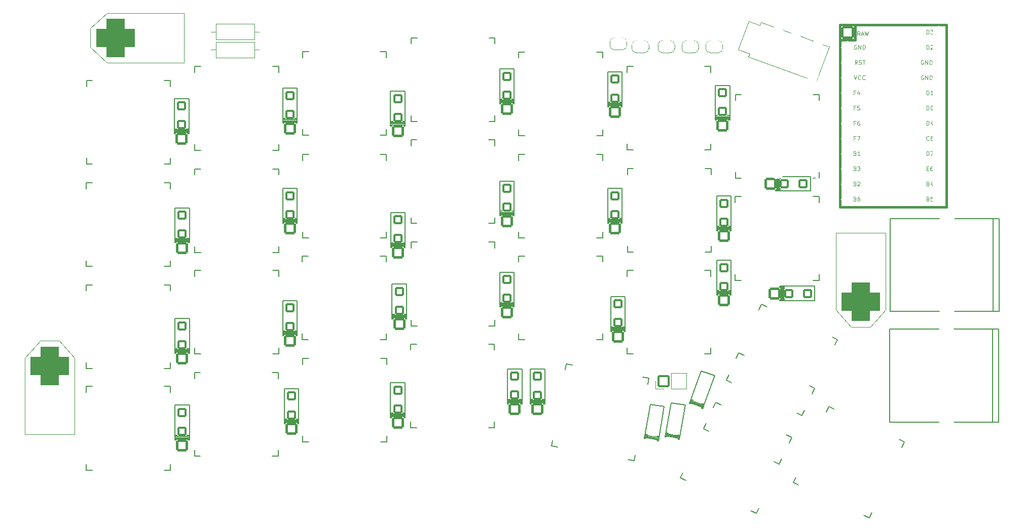
<source format=gbr>
%TF.GenerationSoftware,KiCad,Pcbnew,(6.0.4)*%
%TF.CreationDate,2022-04-18T00:49:10+02:00*%
%TF.ProjectId,ErgoTravel,4572676f-5472-4617-9665-6c2e6b696361,rev?*%
%TF.SameCoordinates,Original*%
%TF.FileFunction,Legend,Top*%
%TF.FilePolarity,Positive*%
%FSLAX46Y46*%
G04 Gerber Fmt 4.6, Leading zero omitted, Abs format (unit mm)*
G04 Created by KiCad (PCBNEW (6.0.4)) date 2022-04-18 00:49:10*
%MOMM*%
%LPD*%
G01*
G04 APERTURE LIST*
G04 Aperture macros list*
%AMRoundRect*
0 Rectangle with rounded corners*
0 $1 Rounding radius*
0 $2 $3 $4 $5 $6 $7 $8 $9 X,Y pos of 4 corners*
0 Add a 4 corners polygon primitive as box body*
4,1,4,$2,$3,$4,$5,$6,$7,$8,$9,$2,$3,0*
0 Add four circle primitives for the rounded corners*
1,1,$1+$1,$2,$3*
1,1,$1+$1,$4,$5*
1,1,$1+$1,$6,$7*
1,1,$1+$1,$8,$9*
0 Add four rect primitives between the rounded corners*
20,1,$1+$1,$2,$3,$4,$5,0*
20,1,$1+$1,$4,$5,$6,$7,0*
20,1,$1+$1,$6,$7,$8,$9,0*
20,1,$1+$1,$8,$9,$2,$3,0*%
%AMRotRect*
0 Rectangle, with rotation*
0 The origin of the aperture is its center*
0 $1 length*
0 $2 width*
0 $3 Rotation angle, in degrees counterclockwise*
0 Add horizontal line*
21,1,$1,$2,0,0,$3*%
%AMFreePoly0*
4,1,41,0.586777,0.930194,0.656366,0.874698,0.694986,0.794504,0.700000,0.750000,0.700000,-0.750000,0.680194,-0.836777,0.624698,-0.906366,0.544504,-0.944986,0.500000,-0.950000,0.000000,-0.950000,-0.023504,-0.944635,-0.083606,-0.943534,-0.139582,-0.934468,-0.274897,-0.892193,-0.326080,-0.867780,-0.444090,-0.789225,-0.486362,-0.751429,-0.577582,-0.642910,-0.607548,-0.594768,-0.664643,-0.465009,
-0.679893,-0.410393,-0.697476,-0.275933,-0.697084,-0.275882,-0.700000,-0.250000,-0.700000,0.250000,-0.697921,0.259109,-0.697582,0.286880,-0.675771,0.426957,-0.659192,0.481183,-0.598944,0.609508,-0.567811,0.656904,-0.473967,0.763162,-0.430783,0.799915,-0.310888,0.875563,-0.259125,0.898717,-0.122818,0.937674,-0.066635,0.945370,-0.042411,0.945222,0.000000,0.950000,0.500000,0.950000,
0.586777,0.930194,0.586777,0.930194,$1*%
%AMFreePoly1*
4,1,41,0.022678,0.944824,0.075125,0.944504,0.131210,0.936123,0.267031,0.895504,0.318507,0.871718,0.437469,0.794611,0.480202,0.757333,0.572740,0.649936,0.603290,0.602165,0.661967,0.473113,0.677883,0.418686,0.697980,0.278353,0.700000,0.250000,0.700000,-0.250000,0.699985,-0.252439,0.699836,-0.264655,0.697079,-0.295398,0.673559,-0.435199,0.656318,-0.489221,0.594506,-0.616800,
0.562797,-0.663810,0.467662,-0.768914,0.424032,-0.805137,0.303222,-0.879314,0.251181,-0.901834,0.114408,-0.939123,0.058135,-0.946132,0.037663,-0.945757,0.000000,-0.950000,-0.500000,-0.950000,-0.586777,-0.930194,-0.656366,-0.874698,-0.694986,-0.794504,-0.700000,-0.750000,-0.700000,0.750000,-0.680194,0.836777,-0.624698,0.906366,-0.544504,0.944986,-0.500000,0.950000,0.000000,0.950000,
0.022678,0.944824,0.022678,0.944824,$1*%
G04 Aperture macros list end*
%ADD10C,0.100000*%
%ADD11C,0.200000*%
%ADD12C,0.120000*%
%ADD13C,0.381000*%
%ADD14C,0.150000*%
%ADD15R,1.600000X1.600000*%
%ADD16C,1.600000*%
%ADD17RotRect,1.600000X1.600000X80.000000*%
%ADD18RotRect,1.600000X1.600000X70.000000*%
%ADD19R,1.752600X1.752600*%
%ADD20C,1.752600*%
%ADD21RoundRect,0.200000X0.600000X-0.600000X0.600000X0.600000X-0.600000X0.600000X-0.600000X-0.600000X0*%
%ADD22RoundRect,0.200000X0.800000X-0.800000X0.800000X0.800000X-0.800000X0.800000X-0.800000X-0.800000X0*%
%ADD23C,2.000000*%
%ADD24RoundRect,0.200000X0.648928X-0.926765X0.926765X0.648928X-0.648928X0.926765X-0.926765X-0.648928X0*%
%ADD25RoundRect,0.200000X0.486696X-0.695074X0.695074X0.486696X-0.486696X0.695074X-0.695074X-0.486696X0*%
%ADD26RoundRect,0.200000X-0.800000X-0.800000X0.800000X-0.800000X0.800000X0.800000X-0.800000X0.800000X0*%
%ADD27RoundRect,0.200000X-0.600000X-0.600000X0.600000X-0.600000X0.600000X0.600000X-0.600000X0.600000X0*%
%ADD28RoundRect,0.200000X0.478138X-1.025370X1.025370X0.478138X-0.478138X1.025370X-1.025370X-0.478138X0*%
%ADD29RoundRect,0.200000X0.358603X-0.769028X0.769028X0.358603X-0.358603X0.769028X-0.769028X-0.358603X0*%
%ADD30C,1.900000*%
%ADD31RoundRect,0.200000X-0.991341X-0.969404X0.136290X-1.379828X0.991341X0.969404X-0.136290X1.379828X0*%
%ADD32RoundRect,0.200000X-0.876300X0.876300X-0.876300X-0.876300X0.876300X-0.876300X0.876300X0.876300X0*%
%ADD33C,2.152600*%
%ADD34O,2.000000X2.000000*%
%ADD35FreePoly0,0.000000*%
%ADD36FreePoly1,0.000000*%
%ADD37RoundRect,0.200000X0.850000X-0.850000X0.850000X0.850000X-0.850000X0.850000X-0.850000X-0.850000X0*%
%ADD38O,2.100000X2.100000*%
%ADD39C,2.101800*%
%ADD40C,1.390600*%
%ADD41C,3.829000*%
%ADD42C,2.432000*%
%ADD43RoundRect,1.700000X-1.500000X-1.500000X1.500000X-1.500000X1.500000X1.500000X-1.500000X1.500000X0*%
%ADD44C,6.400000*%
%ADD45RoundRect,1.700000X-1.500000X1.500000X-1.500000X-1.500000X1.500000X-1.500000X1.500000X1.500000X0*%
%ADD46O,3.500000X2.500000*%
%ADD47C,1.000000*%
%ADD48C,5.200000*%
%ADD49RoundRect,1.700000X1.500000X-1.500000X1.500000X1.500000X-1.500000X1.500000X-1.500000X-1.500000X0*%
G04 APERTURE END LIST*
D10*
X210594644Y-51431864D02*
X210361311Y-51098531D01*
X210194644Y-51431864D02*
X210194644Y-50731864D01*
X210461311Y-50731864D01*
X210527978Y-50765198D01*
X210561311Y-50798531D01*
X210594644Y-50865198D01*
X210594644Y-50965198D01*
X210561311Y-51031864D01*
X210527978Y-51065198D01*
X210461311Y-51098531D01*
X210194644Y-51098531D01*
X210861311Y-51231864D02*
X211194644Y-51231864D01*
X210794644Y-51431864D02*
X211027978Y-50731864D01*
X211261311Y-51431864D01*
X211427978Y-50731864D02*
X211594644Y-51431864D01*
X211727978Y-50931864D01*
X211861311Y-51431864D01*
X212027978Y-50731864D01*
X221970644Y-78751198D02*
X222070644Y-78784531D01*
X222103978Y-78817864D01*
X222137311Y-78884531D01*
X222137311Y-78984531D01*
X222103978Y-79051198D01*
X222070644Y-79084531D01*
X222003978Y-79117864D01*
X221737311Y-79117864D01*
X221737311Y-78417864D01*
X221970644Y-78417864D01*
X222037311Y-78451198D01*
X222070644Y-78484531D01*
X222103978Y-78551198D01*
X222103978Y-78617864D01*
X222070644Y-78684531D01*
X222037311Y-78717864D01*
X221970644Y-78751198D01*
X221737311Y-78751198D01*
X222770644Y-78417864D02*
X222437311Y-78417864D01*
X222403978Y-78751198D01*
X222437311Y-78717864D01*
X222503978Y-78684531D01*
X222670644Y-78684531D01*
X222737311Y-78717864D01*
X222770644Y-78751198D01*
X222803978Y-78817864D01*
X222803978Y-78984531D01*
X222770644Y-79051198D01*
X222737311Y-79084531D01*
X222670644Y-79117864D01*
X222503978Y-79117864D01*
X222437311Y-79084531D01*
X222403978Y-79051198D01*
X222137311Y-68891198D02*
X222103978Y-68924531D01*
X222003978Y-68957864D01*
X221937311Y-68957864D01*
X221837311Y-68924531D01*
X221770644Y-68857864D01*
X221737311Y-68791198D01*
X221703978Y-68657864D01*
X221703978Y-68557864D01*
X221737311Y-68424531D01*
X221770644Y-68357864D01*
X221837311Y-68291198D01*
X221937311Y-68257864D01*
X222003978Y-68257864D01*
X222103978Y-68291198D01*
X222137311Y-68324531D01*
X222737311Y-68257864D02*
X222603978Y-68257864D01*
X222537311Y-68291198D01*
X222503978Y-68324531D01*
X222437311Y-68424531D01*
X222403978Y-68557864D01*
X222403978Y-68824531D01*
X222437311Y-68891198D01*
X222470644Y-68924531D01*
X222537311Y-68957864D01*
X222670644Y-68957864D01*
X222737311Y-68924531D01*
X222770644Y-68891198D01*
X222803978Y-68824531D01*
X222803978Y-68657864D01*
X222770644Y-68591198D01*
X222737311Y-68557864D01*
X222670644Y-68524531D01*
X222537311Y-68524531D01*
X222470644Y-68557864D01*
X222437311Y-68591198D01*
X222403978Y-68657864D01*
X221212644Y-58131198D02*
X221145978Y-58097864D01*
X221045978Y-58097864D01*
X220945978Y-58131198D01*
X220879311Y-58197864D01*
X220845978Y-58264531D01*
X220812644Y-58397864D01*
X220812644Y-58497864D01*
X220845978Y-58631198D01*
X220879311Y-58697864D01*
X220945978Y-58764531D01*
X221045978Y-58797864D01*
X221112644Y-58797864D01*
X221212644Y-58764531D01*
X221245978Y-58731198D01*
X221245978Y-58497864D01*
X221112644Y-58497864D01*
X221545978Y-58797864D02*
X221545978Y-58097864D01*
X221945978Y-58797864D01*
X221945978Y-58097864D01*
X222279311Y-58797864D02*
X222279311Y-58097864D01*
X222445978Y-58097864D01*
X222545978Y-58131198D01*
X222612644Y-58197864D01*
X222645978Y-58264531D01*
X222679311Y-58397864D01*
X222679311Y-58497864D01*
X222645978Y-58631198D01*
X222612644Y-58697864D01*
X222545978Y-58764531D01*
X222445978Y-58797864D01*
X222279311Y-58797864D01*
X209778644Y-73671198D02*
X209878644Y-73704531D01*
X209911978Y-73737864D01*
X209945311Y-73804531D01*
X209945311Y-73904531D01*
X209911978Y-73971198D01*
X209878644Y-74004531D01*
X209811978Y-74037864D01*
X209545311Y-74037864D01*
X209545311Y-73337864D01*
X209778644Y-73337864D01*
X209845311Y-73371198D01*
X209878644Y-73404531D01*
X209911978Y-73471198D01*
X209911978Y-73537864D01*
X209878644Y-73604531D01*
X209845311Y-73637864D01*
X209778644Y-73671198D01*
X209545311Y-73671198D01*
X210178644Y-73337864D02*
X210611978Y-73337864D01*
X210378644Y-73604531D01*
X210478644Y-73604531D01*
X210545311Y-73637864D01*
X210578644Y-73671198D01*
X210611978Y-73737864D01*
X210611978Y-73904531D01*
X210578644Y-73971198D01*
X210545311Y-74004531D01*
X210478644Y-74037864D01*
X210278644Y-74037864D01*
X210211978Y-74004531D01*
X210178644Y-73971198D01*
X221737311Y-61337864D02*
X221737311Y-60637864D01*
X221903978Y-60637864D01*
X222003978Y-60671198D01*
X222070644Y-60737864D01*
X222103978Y-60804531D01*
X222137311Y-60937864D01*
X222137311Y-61037864D01*
X222103978Y-61171198D01*
X222070644Y-61237864D01*
X222003978Y-61304531D01*
X221903978Y-61337864D01*
X221737311Y-61337864D01*
X222803978Y-61337864D02*
X222403978Y-61337864D01*
X222603978Y-61337864D02*
X222603978Y-60637864D01*
X222537311Y-60737864D01*
X222470644Y-60804531D01*
X222403978Y-60837864D01*
X209778644Y-78751198D02*
X209878644Y-78784531D01*
X209911978Y-78817864D01*
X209945311Y-78884531D01*
X209945311Y-78984531D01*
X209911978Y-79051198D01*
X209878644Y-79084531D01*
X209811978Y-79117864D01*
X209545311Y-79117864D01*
X209545311Y-78417864D01*
X209778644Y-78417864D01*
X209845311Y-78451198D01*
X209878644Y-78484531D01*
X209911978Y-78551198D01*
X209911978Y-78617864D01*
X209878644Y-78684531D01*
X209845311Y-78717864D01*
X209778644Y-78751198D01*
X209545311Y-78751198D01*
X210545311Y-78417864D02*
X210411978Y-78417864D01*
X210345311Y-78451198D01*
X210311978Y-78484531D01*
X210245311Y-78584531D01*
X210211978Y-78717864D01*
X210211978Y-78984531D01*
X210245311Y-79051198D01*
X210278644Y-79084531D01*
X210345311Y-79117864D01*
X210478644Y-79117864D01*
X210545311Y-79084531D01*
X210578644Y-79051198D01*
X210611978Y-78984531D01*
X210611978Y-78817864D01*
X210578644Y-78751198D01*
X210545311Y-78717864D01*
X210478644Y-78684531D01*
X210345311Y-78684531D01*
X210278644Y-78717864D01*
X210245311Y-78751198D01*
X210211978Y-78817864D01*
X209778644Y-71131198D02*
X209878644Y-71164531D01*
X209911978Y-71197864D01*
X209945311Y-71264531D01*
X209945311Y-71364531D01*
X209911978Y-71431198D01*
X209878644Y-71464531D01*
X209811978Y-71497864D01*
X209545311Y-71497864D01*
X209545311Y-70797864D01*
X209778644Y-70797864D01*
X209845311Y-70831198D01*
X209878644Y-70864531D01*
X209911978Y-70931198D01*
X209911978Y-70997864D01*
X209878644Y-71064531D01*
X209845311Y-71097864D01*
X209778644Y-71131198D01*
X209545311Y-71131198D01*
X210611978Y-71497864D02*
X210211978Y-71497864D01*
X210411978Y-71497864D02*
X210411978Y-70797864D01*
X210345311Y-70897864D01*
X210278644Y-70964531D01*
X210211978Y-70997864D01*
X221737311Y-51177864D02*
X221737311Y-50477864D01*
X221903978Y-50477864D01*
X222003978Y-50511198D01*
X222070644Y-50577864D01*
X222103978Y-50644531D01*
X222137311Y-50777864D01*
X222137311Y-50877864D01*
X222103978Y-51011198D01*
X222070644Y-51077864D01*
X222003978Y-51144531D01*
X221903978Y-51177864D01*
X221737311Y-51177864D01*
X222370644Y-50477864D02*
X222803978Y-50477864D01*
X222570644Y-50744531D01*
X222670644Y-50744531D01*
X222737311Y-50777864D01*
X222770644Y-50811198D01*
X222803978Y-50877864D01*
X222803978Y-51044531D01*
X222770644Y-51111198D01*
X222737311Y-51144531D01*
X222670644Y-51177864D01*
X222470644Y-51177864D01*
X222403978Y-51144531D01*
X222370644Y-51111198D01*
X209636644Y-58097864D02*
X209869978Y-58797864D01*
X210103311Y-58097864D01*
X210736644Y-58731198D02*
X210703311Y-58764531D01*
X210603311Y-58797864D01*
X210536644Y-58797864D01*
X210436644Y-58764531D01*
X210369978Y-58697864D01*
X210336644Y-58631198D01*
X210303311Y-58497864D01*
X210303311Y-58397864D01*
X210336644Y-58264531D01*
X210369978Y-58197864D01*
X210436644Y-58131198D01*
X210536644Y-58097864D01*
X210603311Y-58097864D01*
X210703311Y-58131198D01*
X210736644Y-58164531D01*
X211436644Y-58731198D02*
X211403311Y-58764531D01*
X211303311Y-58797864D01*
X211236644Y-58797864D01*
X211136644Y-58764531D01*
X211069978Y-58697864D01*
X211036644Y-58631198D01*
X211003311Y-58497864D01*
X211003311Y-58397864D01*
X211036644Y-58264531D01*
X211069978Y-58197864D01*
X211136644Y-58131198D01*
X211236644Y-58097864D01*
X211303311Y-58097864D01*
X211403311Y-58131198D01*
X211436644Y-58164531D01*
X221212644Y-55591198D02*
X221145978Y-55557864D01*
X221045978Y-55557864D01*
X220945978Y-55591198D01*
X220879311Y-55657864D01*
X220845978Y-55724531D01*
X220812644Y-55857864D01*
X220812644Y-55957864D01*
X220845978Y-56091198D01*
X220879311Y-56157864D01*
X220945978Y-56224531D01*
X221045978Y-56257864D01*
X221112644Y-56257864D01*
X221212644Y-56224531D01*
X221245978Y-56191198D01*
X221245978Y-55957864D01*
X221112644Y-55957864D01*
X221545978Y-56257864D02*
X221545978Y-55557864D01*
X221945978Y-56257864D01*
X221945978Y-55557864D01*
X222279311Y-56257864D02*
X222279311Y-55557864D01*
X222445978Y-55557864D01*
X222545978Y-55591198D01*
X222612644Y-55657864D01*
X222645978Y-55724531D01*
X222679311Y-55857864D01*
X222679311Y-55957864D01*
X222645978Y-56091198D01*
X222612644Y-56157864D01*
X222545978Y-56224531D01*
X222445978Y-56257864D01*
X222279311Y-56257864D01*
X209828644Y-68591198D02*
X209595311Y-68591198D01*
X209595311Y-68957864D02*
X209595311Y-68257864D01*
X209928644Y-68257864D01*
X210128644Y-68257864D02*
X210595311Y-68257864D01*
X210295311Y-68957864D01*
X221737311Y-71497864D02*
X221737311Y-70797864D01*
X221903978Y-70797864D01*
X222003978Y-70831198D01*
X222070644Y-70897864D01*
X222103978Y-70964531D01*
X222137311Y-71097864D01*
X222137311Y-71197864D01*
X222103978Y-71331198D01*
X222070644Y-71397864D01*
X222003978Y-71464531D01*
X221903978Y-71497864D01*
X221737311Y-71497864D01*
X222370644Y-70797864D02*
X222837311Y-70797864D01*
X222537311Y-71497864D01*
X209778644Y-76211198D02*
X209878644Y-76244531D01*
X209911978Y-76277864D01*
X209945311Y-76344531D01*
X209945311Y-76444531D01*
X209911978Y-76511198D01*
X209878644Y-76544531D01*
X209811978Y-76577864D01*
X209545311Y-76577864D01*
X209545311Y-75877864D01*
X209778644Y-75877864D01*
X209845311Y-75911198D01*
X209878644Y-75944531D01*
X209911978Y-76011198D01*
X209911978Y-76077864D01*
X209878644Y-76144531D01*
X209845311Y-76177864D01*
X209778644Y-76211198D01*
X209545311Y-76211198D01*
X210211978Y-75944531D02*
X210245311Y-75911198D01*
X210311978Y-75877864D01*
X210478644Y-75877864D01*
X210545311Y-75911198D01*
X210578644Y-75944531D01*
X210611978Y-76011198D01*
X210611978Y-76077864D01*
X210578644Y-76177864D01*
X210178644Y-76577864D01*
X210611978Y-76577864D01*
X209828644Y-66051198D02*
X209595311Y-66051198D01*
X209595311Y-66417864D02*
X209595311Y-65717864D01*
X209928644Y-65717864D01*
X210495311Y-65717864D02*
X210361978Y-65717864D01*
X210295311Y-65751198D01*
X210261978Y-65784531D01*
X210195311Y-65884531D01*
X210161978Y-66017864D01*
X210161978Y-66284531D01*
X210195311Y-66351198D01*
X210228644Y-66384531D01*
X210295311Y-66417864D01*
X210428644Y-66417864D01*
X210495311Y-66384531D01*
X210528644Y-66351198D01*
X210561978Y-66284531D01*
X210561978Y-66117864D01*
X210528644Y-66051198D01*
X210495311Y-66017864D01*
X210428644Y-65984531D01*
X210295311Y-65984531D01*
X210228644Y-66017864D01*
X210195311Y-66051198D01*
X210161978Y-66117864D01*
X210036644Y-53051198D02*
X209969978Y-53017864D01*
X209869978Y-53017864D01*
X209769978Y-53051198D01*
X209703311Y-53117864D01*
X209669978Y-53184531D01*
X209636644Y-53317864D01*
X209636644Y-53417864D01*
X209669978Y-53551198D01*
X209703311Y-53617864D01*
X209769978Y-53684531D01*
X209869978Y-53717864D01*
X209936644Y-53717864D01*
X210036644Y-53684531D01*
X210069978Y-53651198D01*
X210069978Y-53417864D01*
X209936644Y-53417864D01*
X210369978Y-53717864D02*
X210369978Y-53017864D01*
X210769978Y-53717864D01*
X210769978Y-53017864D01*
X211103311Y-53717864D02*
X211103311Y-53017864D01*
X211269978Y-53017864D01*
X211369978Y-53051198D01*
X211436644Y-53117864D01*
X211469978Y-53184531D01*
X211503311Y-53317864D01*
X211503311Y-53417864D01*
X211469978Y-53551198D01*
X211436644Y-53617864D01*
X211369978Y-53684531D01*
X211269978Y-53717864D01*
X211103311Y-53717864D01*
X210186644Y-56257864D02*
X209953311Y-55924531D01*
X209786644Y-56257864D02*
X209786644Y-55557864D01*
X210053311Y-55557864D01*
X210119978Y-55591198D01*
X210153311Y-55624531D01*
X210186644Y-55691198D01*
X210186644Y-55791198D01*
X210153311Y-55857864D01*
X210119978Y-55891198D01*
X210053311Y-55924531D01*
X209786644Y-55924531D01*
X210453311Y-56224531D02*
X210553311Y-56257864D01*
X210719978Y-56257864D01*
X210786644Y-56224531D01*
X210819978Y-56191198D01*
X210853311Y-56124531D01*
X210853311Y-56057864D01*
X210819978Y-55991198D01*
X210786644Y-55957864D01*
X210719978Y-55924531D01*
X210586644Y-55891198D01*
X210519978Y-55857864D01*
X210486644Y-55824531D01*
X210453311Y-55757864D01*
X210453311Y-55691198D01*
X210486644Y-55624531D01*
X210519978Y-55591198D01*
X210586644Y-55557864D01*
X210753311Y-55557864D01*
X210853311Y-55591198D01*
X211053311Y-55557864D02*
X211453311Y-55557864D01*
X211253311Y-56257864D02*
X211253311Y-55557864D01*
X221970644Y-76211198D02*
X222070644Y-76244531D01*
X222103978Y-76277864D01*
X222137311Y-76344531D01*
X222137311Y-76444531D01*
X222103978Y-76511198D01*
X222070644Y-76544531D01*
X222003978Y-76577864D01*
X221737311Y-76577864D01*
X221737311Y-75877864D01*
X221970644Y-75877864D01*
X222037311Y-75911198D01*
X222070644Y-75944531D01*
X222103978Y-76011198D01*
X222103978Y-76077864D01*
X222070644Y-76144531D01*
X222037311Y-76177864D01*
X221970644Y-76211198D01*
X221737311Y-76211198D01*
X222737311Y-76111198D02*
X222737311Y-76577864D01*
X222570644Y-75844531D02*
X222403978Y-76344531D01*
X222837311Y-76344531D01*
X221737311Y-53717864D02*
X221737311Y-53017864D01*
X221903978Y-53017864D01*
X222003978Y-53051198D01*
X222070644Y-53117864D01*
X222103978Y-53184531D01*
X222137311Y-53317864D01*
X222137311Y-53417864D01*
X222103978Y-53551198D01*
X222070644Y-53617864D01*
X222003978Y-53684531D01*
X221903978Y-53717864D01*
X221737311Y-53717864D01*
X222403978Y-53084531D02*
X222437311Y-53051198D01*
X222503978Y-53017864D01*
X222670644Y-53017864D01*
X222737311Y-53051198D01*
X222770644Y-53084531D01*
X222803978Y-53151198D01*
X222803978Y-53217864D01*
X222770644Y-53317864D01*
X222370644Y-53717864D01*
X222803978Y-53717864D01*
X209828644Y-63511198D02*
X209595311Y-63511198D01*
X209595311Y-63877864D02*
X209595311Y-63177864D01*
X209928644Y-63177864D01*
X210528644Y-63177864D02*
X210195311Y-63177864D01*
X210161978Y-63511198D01*
X210195311Y-63477864D01*
X210261978Y-63444531D01*
X210428644Y-63444531D01*
X210495311Y-63477864D01*
X210528644Y-63511198D01*
X210561978Y-63577864D01*
X210561978Y-63744531D01*
X210528644Y-63811198D01*
X210495311Y-63844531D01*
X210428644Y-63877864D01*
X210261978Y-63877864D01*
X210195311Y-63844531D01*
X210161978Y-63811198D01*
X221737311Y-63877864D02*
X221737311Y-63177864D01*
X221903978Y-63177864D01*
X222003978Y-63211198D01*
X222070644Y-63277864D01*
X222103978Y-63344531D01*
X222137311Y-63477864D01*
X222137311Y-63577864D01*
X222103978Y-63711198D01*
X222070644Y-63777864D01*
X222003978Y-63844531D01*
X221903978Y-63877864D01*
X221737311Y-63877864D01*
X222570644Y-63177864D02*
X222637311Y-63177864D01*
X222703978Y-63211198D01*
X222737311Y-63244531D01*
X222770644Y-63311198D01*
X222803978Y-63444531D01*
X222803978Y-63611198D01*
X222770644Y-63744531D01*
X222737311Y-63811198D01*
X222703978Y-63844531D01*
X222637311Y-63877864D01*
X222570644Y-63877864D01*
X222503978Y-63844531D01*
X222470644Y-63811198D01*
X222437311Y-63744531D01*
X222403978Y-63611198D01*
X222403978Y-63444531D01*
X222437311Y-63311198D01*
X222470644Y-63244531D01*
X222503978Y-63211198D01*
X222570644Y-63177864D01*
X221770644Y-73671198D02*
X222003978Y-73671198D01*
X222103978Y-74037864D02*
X221770644Y-74037864D01*
X221770644Y-73337864D01*
X222103978Y-73337864D01*
X222703978Y-73337864D02*
X222570644Y-73337864D01*
X222503978Y-73371198D01*
X222470644Y-73404531D01*
X222403978Y-73504531D01*
X222370644Y-73637864D01*
X222370644Y-73904531D01*
X222403978Y-73971198D01*
X222437311Y-74004531D01*
X222503978Y-74037864D01*
X222637311Y-74037864D01*
X222703978Y-74004531D01*
X222737311Y-73971198D01*
X222770644Y-73904531D01*
X222770644Y-73737864D01*
X222737311Y-73671198D01*
X222703978Y-73637864D01*
X222637311Y-73604531D01*
X222503978Y-73604531D01*
X222437311Y-73637864D01*
X222403978Y-73671198D01*
X222370644Y-73737864D01*
X209828644Y-60971198D02*
X209595311Y-60971198D01*
X209595311Y-61337864D02*
X209595311Y-60637864D01*
X209928644Y-60637864D01*
X210495311Y-60871198D02*
X210495311Y-61337864D01*
X210328644Y-60604531D02*
X210161978Y-61104531D01*
X210595311Y-61104531D01*
X221737311Y-66417864D02*
X221737311Y-65717864D01*
X221903978Y-65717864D01*
X222003978Y-65751198D01*
X222070644Y-65817864D01*
X222103978Y-65884531D01*
X222137311Y-66017864D01*
X222137311Y-66117864D01*
X222103978Y-66251198D01*
X222070644Y-66317864D01*
X222003978Y-66384531D01*
X221903978Y-66417864D01*
X221737311Y-66417864D01*
X222737311Y-65951198D02*
X222737311Y-66417864D01*
X222570644Y-65684531D02*
X222403978Y-66184531D01*
X222837311Y-66184531D01*
D11*
X98545000Y-61970000D02*
X98545000Y-67770000D01*
X98545000Y-67795000D02*
X96145000Y-67795000D01*
X96145000Y-67770000D02*
X96145000Y-61970000D01*
X96145000Y-67570000D02*
X98545000Y-67570000D01*
X96145000Y-67695000D02*
X98545000Y-67695000D01*
X96145000Y-67045000D02*
X98545000Y-67045000D01*
X96145000Y-61970000D02*
X98545000Y-61970000D01*
X96145000Y-67220000D02*
X98545000Y-67220000D01*
X96145000Y-67395000D02*
X98545000Y-67395000D01*
X96224884Y-86055510D02*
X96224884Y-80255510D01*
X96224884Y-85505510D02*
X98624884Y-85505510D01*
X96224884Y-85855510D02*
X98624884Y-85855510D01*
X98624884Y-80255510D02*
X98624884Y-86055510D01*
X96224884Y-85680510D02*
X98624884Y-85680510D01*
X96224884Y-85330510D02*
X98624884Y-85330510D01*
X98624884Y-86080510D02*
X96224884Y-86080510D01*
X96224884Y-80255510D02*
X98624884Y-80255510D01*
X96224884Y-85980510D02*
X98624884Y-85980510D01*
X98624884Y-98755510D02*
X98624884Y-104555510D01*
X96224884Y-103830510D02*
X98624884Y-103830510D01*
X96224884Y-104555510D02*
X96224884Y-98755510D01*
X96224884Y-104005510D02*
X98624884Y-104005510D01*
X96224884Y-104480510D02*
X98624884Y-104480510D01*
X96224884Y-104355510D02*
X98624884Y-104355510D01*
X98624884Y-104580510D02*
X96224884Y-104580510D01*
X96224884Y-104180510D02*
X98624884Y-104180510D01*
X96224884Y-98755510D02*
X98624884Y-98755510D01*
X96224884Y-113255510D02*
X98624884Y-113255510D01*
X98624884Y-119080510D02*
X96224884Y-119080510D01*
X96224884Y-118680510D02*
X98624884Y-118680510D01*
X96224884Y-119055510D02*
X96224884Y-113255510D01*
X98624884Y-113255510D02*
X98624884Y-119055510D01*
X96224884Y-118980510D02*
X98624884Y-118980510D01*
X96224884Y-118855510D02*
X98624884Y-118855510D01*
X96224884Y-118505510D02*
X98624884Y-118505510D01*
X96224884Y-118330510D02*
X98624884Y-118330510D01*
X114224884Y-66055510D02*
X114224884Y-60255510D01*
X114224884Y-65855510D02*
X116624884Y-65855510D01*
X116624884Y-60255510D02*
X116624884Y-66055510D01*
X114224884Y-65680510D02*
X116624884Y-65680510D01*
X114224884Y-65330510D02*
X116624884Y-65330510D01*
X114224884Y-65980510D02*
X116624884Y-65980510D01*
X114224884Y-65505510D02*
X116624884Y-65505510D01*
X114224884Y-60255510D02*
X116624884Y-60255510D01*
X116624884Y-66080510D02*
X114224884Y-66080510D01*
X114224884Y-82080510D02*
X116624884Y-82080510D01*
X114224884Y-82730510D02*
X116624884Y-82730510D01*
X114224884Y-82430510D02*
X116624884Y-82430510D01*
X116624884Y-77005510D02*
X116624884Y-82805510D01*
X114224884Y-77005510D02*
X116624884Y-77005510D01*
X114224884Y-82805510D02*
X114224884Y-77005510D01*
X114224884Y-82605510D02*
X116624884Y-82605510D01*
X116624884Y-82830510D02*
X114224884Y-82830510D01*
X114224884Y-82255510D02*
X116624884Y-82255510D01*
X114224884Y-101180510D02*
X116624884Y-101180510D01*
X114224884Y-101005510D02*
X116624884Y-101005510D01*
X114224884Y-101480510D02*
X116624884Y-101480510D01*
X116624884Y-95755510D02*
X116624884Y-101555510D01*
X114224884Y-100830510D02*
X116624884Y-100830510D01*
X114224884Y-95755510D02*
X116624884Y-95755510D01*
X116624884Y-101580510D02*
X114224884Y-101580510D01*
X114224884Y-101355510D02*
X116624884Y-101355510D01*
X114224884Y-101555510D02*
X114224884Y-95755510D01*
X114474884Y-115755510D02*
X116874884Y-115755510D01*
X114474884Y-116230510D02*
X116874884Y-116230510D01*
X114474884Y-116305510D02*
X114474884Y-110505510D01*
X114474884Y-115930510D02*
X116874884Y-115930510D01*
X114474884Y-110505510D02*
X116874884Y-110505510D01*
X116874884Y-110505510D02*
X116874884Y-116305510D01*
X116874884Y-116330510D02*
X114474884Y-116330510D01*
X114474884Y-115580510D02*
X116874884Y-115580510D01*
X114474884Y-116105510D02*
X116874884Y-116105510D01*
X132224884Y-66555510D02*
X132224884Y-60755510D01*
X132224884Y-66180510D02*
X134624884Y-66180510D01*
X132224884Y-66005510D02*
X134624884Y-66005510D01*
X132224884Y-60755510D02*
X134624884Y-60755510D01*
X132224884Y-66355510D02*
X134624884Y-66355510D01*
X134624884Y-66580510D02*
X132224884Y-66580510D01*
X132224884Y-65830510D02*
X134624884Y-65830510D01*
X132224884Y-66480510D02*
X134624884Y-66480510D01*
X134624884Y-60755510D02*
X134624884Y-66555510D01*
X132245000Y-86820000D02*
X132245000Y-81020000D01*
X132245000Y-86745000D02*
X134645000Y-86745000D01*
X134645000Y-86845000D02*
X132245000Y-86845000D01*
X132245000Y-81020000D02*
X134645000Y-81020000D01*
X132245000Y-86620000D02*
X134645000Y-86620000D01*
X132245000Y-86445000D02*
X134645000Y-86445000D01*
X132245000Y-86270000D02*
X134645000Y-86270000D01*
X134645000Y-81020000D02*
X134645000Y-86820000D01*
X132245000Y-86095000D02*
X134645000Y-86095000D01*
X134874884Y-93005510D02*
X134874884Y-98805510D01*
X132474884Y-93005510D02*
X134874884Y-93005510D01*
X132474884Y-98430510D02*
X134874884Y-98430510D01*
X132474884Y-98605510D02*
X134874884Y-98605510D01*
X132474884Y-98805510D02*
X132474884Y-93005510D01*
X134874884Y-98830510D02*
X132474884Y-98830510D01*
X132474884Y-98080510D02*
X134874884Y-98080510D01*
X132474884Y-98730510D02*
X134874884Y-98730510D01*
X132474884Y-98255510D02*
X134874884Y-98255510D01*
X134624884Y-109505510D02*
X134624884Y-115305510D01*
X132224884Y-109505510D02*
X134624884Y-109505510D01*
X134624884Y-115330510D02*
X132224884Y-115330510D01*
X132224884Y-114755510D02*
X134624884Y-114755510D01*
X132224884Y-115305510D02*
X132224884Y-109505510D01*
X132224884Y-114930510D02*
X134624884Y-114930510D01*
X132224884Y-114580510D02*
X134624884Y-114580510D01*
X132224884Y-115105510D02*
X134624884Y-115105510D01*
X132224884Y-115230510D02*
X134624884Y-115230510D01*
X150474884Y-62432198D02*
X152874884Y-62432198D01*
X150474884Y-57007198D02*
X152874884Y-57007198D01*
X150474884Y-62257198D02*
X152874884Y-62257198D01*
X152874884Y-57007198D02*
X152874884Y-62807198D01*
X150474884Y-62082198D02*
X152874884Y-62082198D01*
X150474884Y-62607198D02*
X152874884Y-62607198D01*
X150474884Y-62807198D02*
X150474884Y-57007198D01*
X152874884Y-62832198D02*
X150474884Y-62832198D01*
X150474884Y-62732198D02*
X152874884Y-62732198D01*
X152874884Y-81580510D02*
X150474884Y-81580510D01*
X150474884Y-75755510D02*
X152874884Y-75755510D01*
X152874884Y-75755510D02*
X152874884Y-81555510D01*
X150474884Y-81005510D02*
X152874884Y-81005510D01*
X150474884Y-81355510D02*
X152874884Y-81355510D01*
X150474884Y-81480510D02*
X152874884Y-81480510D01*
X150474884Y-81555510D02*
X150474884Y-75755510D01*
X150474884Y-81180510D02*
X152874884Y-81180510D01*
X150474884Y-80830510D02*
X152874884Y-80830510D01*
X150474884Y-96805510D02*
X150474884Y-91005510D01*
X150474884Y-96730510D02*
X152874884Y-96730510D01*
X150474884Y-96430510D02*
X152874884Y-96430510D01*
X150474884Y-91005510D02*
X152874884Y-91005510D01*
X150474884Y-96255510D02*
X152874884Y-96255510D01*
X150474884Y-96080510D02*
X152874884Y-96080510D01*
X152874884Y-91005510D02*
X152874884Y-96805510D01*
X150474884Y-96605510D02*
X152874884Y-96605510D01*
X152874884Y-96830510D02*
X150474884Y-96830510D01*
X151767978Y-107182199D02*
X154167978Y-107182199D01*
X154167978Y-107182199D02*
X154167978Y-112982199D01*
X151767978Y-112432199D02*
X154167978Y-112432199D01*
X151767978Y-112607199D02*
X154167978Y-112607199D01*
X151767978Y-112982199D02*
X151767978Y-107182199D01*
X151767978Y-112907199D02*
X154167978Y-112907199D01*
X154167978Y-113007199D02*
X151767978Y-113007199D01*
X151767978Y-112257199D02*
X154167978Y-112257199D01*
X151767978Y-112782199D02*
X154167978Y-112782199D01*
X168474884Y-62755510D02*
X170874884Y-62755510D01*
X168474884Y-62930510D02*
X170874884Y-62930510D01*
X168474884Y-62580510D02*
X170874884Y-62580510D01*
X168474884Y-57505510D02*
X170874884Y-57505510D01*
X170874884Y-63330510D02*
X168474884Y-63330510D01*
X168474884Y-63105510D02*
X170874884Y-63105510D01*
X168474884Y-63230510D02*
X170874884Y-63230510D01*
X170874884Y-57505510D02*
X170874884Y-63305510D01*
X168474884Y-63305510D02*
X168474884Y-57505510D01*
X168474884Y-82430510D02*
X170874884Y-82430510D01*
X170874884Y-77005510D02*
X170874884Y-82805510D01*
X168474884Y-82255510D02*
X170874884Y-82255510D01*
X168474884Y-82730510D02*
X170874884Y-82730510D01*
X168474884Y-77005510D02*
X170874884Y-77005510D01*
X168474884Y-82605510D02*
X170874884Y-82605510D01*
X170874884Y-82830510D02*
X168474884Y-82830510D01*
X168474884Y-82080510D02*
X170874884Y-82080510D01*
X168474884Y-82805510D02*
X168474884Y-77005510D01*
X168980000Y-100155000D02*
X171380000Y-100155000D01*
X168980000Y-95080000D02*
X171380000Y-95080000D01*
X168980000Y-100330000D02*
X171380000Y-100330000D01*
X171380000Y-95080000D02*
X171380000Y-100880000D01*
X171380000Y-100905000D02*
X168980000Y-100905000D01*
X168980000Y-100505000D02*
X171380000Y-100505000D01*
X168980000Y-100680000D02*
X171380000Y-100680000D01*
X168980000Y-100880000D02*
X168980000Y-95080000D01*
X168980000Y-100805000D02*
X171380000Y-100805000D01*
X174640382Y-118433941D02*
X177003921Y-118850696D01*
X176934462Y-119244619D02*
X174570923Y-118827864D01*
X175582424Y-113091358D02*
X177945962Y-113508114D01*
X174588288Y-118729383D02*
X176951826Y-119146138D01*
X174609994Y-118606282D02*
X176973532Y-119023038D01*
X174670771Y-118261599D02*
X177034309Y-118678355D01*
X174701159Y-118089258D02*
X177064698Y-118506013D01*
X174575264Y-118803243D02*
X175582424Y-113091358D01*
X177945962Y-113508114D02*
X176938803Y-119219999D01*
X186474884Y-65355510D02*
X188874884Y-65355510D01*
X186474884Y-65180510D02*
X188874884Y-65180510D01*
X188874884Y-59755510D02*
X188874884Y-65555510D01*
X186474884Y-59755510D02*
X188874884Y-59755510D01*
X186474884Y-64830510D02*
X188874884Y-64830510D01*
X186474884Y-65555510D02*
X186474884Y-59755510D01*
X186474884Y-65480510D02*
X188874884Y-65480510D01*
X186474884Y-65005510D02*
X188874884Y-65005510D01*
X188874884Y-65580510D02*
X186474884Y-65580510D01*
X186724884Y-83680510D02*
X189124884Y-83680510D01*
X186724884Y-83980510D02*
X189124884Y-83980510D01*
X186724884Y-84055510D02*
X186724884Y-78255510D01*
X186724884Y-83330510D02*
X189124884Y-83330510D01*
X186724884Y-83505510D02*
X189124884Y-83505510D01*
X186724884Y-78255510D02*
X189124884Y-78255510D01*
X189124884Y-84080510D02*
X186724884Y-84080510D01*
X189124884Y-78255510D02*
X189124884Y-84055510D01*
X186724884Y-83855510D02*
X189124884Y-83855510D01*
X186724884Y-94082198D02*
X189124884Y-94082198D01*
X189124884Y-89007198D02*
X189124884Y-94807198D01*
X186724884Y-94732198D02*
X189124884Y-94732198D01*
X186724884Y-94607198D02*
X189124884Y-94607198D01*
X186724884Y-94807198D02*
X186724884Y-89007198D01*
X186724884Y-94432198D02*
X189124884Y-94432198D01*
X186724884Y-89007198D02*
X189124884Y-89007198D01*
X186724884Y-94257198D02*
X189124884Y-94257198D01*
X189124884Y-94832198D02*
X186724884Y-94832198D01*
X178201159Y-117839258D02*
X180564698Y-118256013D01*
X178170771Y-118011599D02*
X180534309Y-118428355D01*
X181445962Y-113258114D02*
X180438803Y-118969999D01*
X178140382Y-118183941D02*
X180503921Y-118600696D01*
X178088288Y-118479383D02*
X180451826Y-118896138D01*
X178075264Y-118553243D02*
X179082424Y-112841358D01*
X178109994Y-118356282D02*
X180473532Y-118773038D01*
X179082424Y-112841358D02*
X181445962Y-113258114D01*
X180434462Y-118994619D02*
X178070923Y-118577864D01*
X196750000Y-75000000D02*
X196750000Y-77400000D01*
X197100000Y-75000000D02*
X197100000Y-77400000D01*
X196525000Y-77400000D02*
X196525000Y-75000000D01*
X196925000Y-75000000D02*
X196925000Y-77400000D01*
X202350000Y-77400000D02*
X196550000Y-77400000D01*
X202350000Y-75000000D02*
X202350000Y-77400000D01*
X197275000Y-75000000D02*
X197275000Y-77400000D01*
X196625000Y-75000000D02*
X196625000Y-77400000D01*
X196550000Y-75000000D02*
X202350000Y-75000000D01*
X197352978Y-93357198D02*
X197352978Y-95757198D01*
X197277978Y-93357198D02*
X203077978Y-93357198D01*
X197477978Y-93357198D02*
X197477978Y-95757198D01*
X203077978Y-93357198D02*
X203077978Y-95757198D01*
X197827978Y-93357198D02*
X197827978Y-95757198D01*
X197652978Y-93357198D02*
X197652978Y-95757198D01*
X203077978Y-95757198D02*
X197277978Y-95757198D01*
X197252978Y-95757198D02*
X197252978Y-93357198D01*
X198002978Y-93357198D02*
X198002978Y-95757198D01*
X182192690Y-112777913D02*
X184447953Y-113598762D01*
X182124286Y-112965852D02*
X184108003Y-107515634D01*
X182252544Y-112613467D02*
X184507806Y-113434315D01*
X186363266Y-108336483D02*
X184379549Y-113786700D01*
X182149938Y-112895375D02*
X184405200Y-113716223D01*
X182312398Y-112449021D02*
X184567660Y-113269869D01*
X182372251Y-112284575D02*
X184627513Y-113105423D01*
X184370998Y-113810192D02*
X182115736Y-112989344D01*
X184108003Y-107515634D02*
X186363266Y-108336483D01*
D12*
X204340143Y-52896677D02*
X205467774Y-53307101D01*
X192182180Y-54430936D02*
X191976968Y-54994752D01*
X194097493Y-49168657D02*
X193892281Y-49732473D01*
X201937710Y-58620165D02*
X191976968Y-54994752D01*
X192012896Y-49048433D02*
X190302795Y-53746896D01*
X203347249Y-59133195D02*
X205467774Y-53307101D01*
X193892281Y-49732473D02*
X192012896Y-49048433D01*
X200581372Y-51528596D02*
X203024573Y-52417849D01*
X197762294Y-50502536D02*
X199265802Y-51049768D01*
X192182180Y-54430936D02*
X190302795Y-53746896D01*
X203253280Y-59098993D02*
X203347249Y-59133195D01*
X194097493Y-49168657D02*
X196446725Y-50023708D01*
D13*
X225047978Y-80071198D02*
X225047978Y-49591198D01*
X207267978Y-49591198D02*
X207267978Y-80071198D01*
X225047978Y-49591198D02*
X207267978Y-49591198D01*
X207267978Y-80071198D02*
X225047978Y-80071198D01*
X209807978Y-52131198D02*
X207267978Y-52131198D01*
X209807978Y-49591198D02*
X209807978Y-52131198D01*
D12*
X109467978Y-55117198D02*
X109467978Y-52497198D01*
X109467978Y-52497198D02*
X103047978Y-52497198D01*
X110357978Y-53807198D02*
X109467978Y-53807198D01*
X103047978Y-55117198D02*
X109467978Y-55117198D01*
X103047978Y-52497198D02*
X103047978Y-55117198D01*
X102157978Y-53807198D02*
X103047978Y-53807198D01*
X109467978Y-49497198D02*
X103047978Y-49497198D01*
X109467978Y-52117198D02*
X109467978Y-49497198D01*
X110357978Y-50807198D02*
X109467978Y-50807198D01*
X103047978Y-49497198D02*
X103047978Y-52117198D01*
X103047978Y-52117198D02*
X109467978Y-52117198D01*
X102157978Y-50807198D02*
X103047978Y-50807198D01*
X170977978Y-53807198D02*
X169577978Y-53807198D01*
X168877978Y-53107198D02*
X168877978Y-52507198D01*
X171677978Y-52507198D02*
X171677978Y-53107198D01*
X169577978Y-51807198D02*
X170977978Y-51807198D01*
X169577978Y-51807198D02*
G75*
G03*
X168877978Y-52507198I-1J-699999D01*
G01*
X168877978Y-53107198D02*
G75*
G03*
X169577978Y-53807198I699999J-1D01*
G01*
X170977978Y-53807198D02*
G75*
G03*
X171677978Y-53107198I0J700000D01*
G01*
X171677978Y-52507198D02*
G75*
G03*
X170977978Y-51807198I-700000J0D01*
G01*
D11*
X155577978Y-112457198D02*
X157977978Y-112457198D01*
X155577978Y-112282198D02*
X157977978Y-112282198D01*
X155577978Y-112632198D02*
X157977978Y-112632198D01*
X155577978Y-113007198D02*
X155577978Y-107207198D01*
X155577978Y-112807198D02*
X157977978Y-112807198D01*
X155577978Y-112932198D02*
X157977978Y-112932198D01*
X157977978Y-107207198D02*
X157977978Y-113007198D01*
X157977978Y-113032198D02*
X155577978Y-113032198D01*
X155577978Y-107207198D02*
X157977978Y-107207198D01*
D12*
X176470000Y-110550000D02*
X176470000Y-109220000D01*
X181670000Y-110550000D02*
X181670000Y-107890000D01*
X179070000Y-110550000D02*
X181670000Y-110550000D01*
X179070000Y-110550000D02*
X179070000Y-107890000D01*
X177800000Y-110550000D02*
X176470000Y-110550000D01*
X179070000Y-107890000D02*
X181670000Y-107890000D01*
D14*
X81444288Y-59937314D02*
X81444288Y-58937314D01*
X95444288Y-71937314D02*
X95444288Y-72937314D01*
X81444288Y-58937314D02*
X82444288Y-58937314D01*
X95444288Y-58937314D02*
X95444288Y-59937314D01*
X95444288Y-72937314D02*
X94444288Y-72937314D01*
X81444288Y-72937314D02*
X81444288Y-71937314D01*
X94444288Y-58937314D02*
X95444288Y-58937314D01*
X82444288Y-72937314D02*
X81444288Y-72937314D01*
X95424884Y-90055510D02*
X94424884Y-90055510D01*
X95424884Y-76055510D02*
X95424884Y-77055510D01*
X94424884Y-76055510D02*
X95424884Y-76055510D01*
X95424884Y-89055510D02*
X95424884Y-90055510D01*
X81424884Y-90055510D02*
X81424884Y-89055510D01*
X82424884Y-90055510D02*
X81424884Y-90055510D01*
X81424884Y-76055510D02*
X82424884Y-76055510D01*
X81424884Y-77055510D02*
X81424884Y-76055510D01*
X82424884Y-107115332D02*
X81424884Y-107115332D01*
X95424884Y-107115332D02*
X94424884Y-107115332D01*
X94424884Y-93115332D02*
X95424884Y-93115332D01*
X95424884Y-106115332D02*
X95424884Y-107115332D01*
X81424884Y-107115332D02*
X81424884Y-106115332D01*
X81424884Y-94115332D02*
X81424884Y-93115332D01*
X95424884Y-93115332D02*
X95424884Y-94115332D01*
X81424884Y-93115332D02*
X82424884Y-93115332D01*
X81424884Y-124114736D02*
X81424884Y-123114736D01*
X82424884Y-124114736D02*
X81424884Y-124114736D01*
X95424884Y-124114736D02*
X94424884Y-124114736D01*
X81424884Y-110114736D02*
X82424884Y-110114736D01*
X95424884Y-123114736D02*
X95424884Y-124114736D01*
X94424884Y-110114736D02*
X95424884Y-110114736D01*
X95424884Y-110114736D02*
X95424884Y-111114736D01*
X81424884Y-111114736D02*
X81424884Y-110114736D01*
X99536582Y-56615332D02*
X100536582Y-56615332D01*
X112536582Y-56615332D02*
X113536582Y-56615332D01*
X113536582Y-69615332D02*
X113536582Y-70615332D01*
X100536582Y-70615332D02*
X99536582Y-70615332D01*
X99536582Y-70615332D02*
X99536582Y-69615332D01*
X113536582Y-56615332D02*
X113536582Y-57615332D01*
X99536582Y-57615332D02*
X99536582Y-56615332D01*
X113536582Y-70615332D02*
X112536582Y-70615332D01*
X112536582Y-73733528D02*
X113536582Y-73733528D01*
X113536582Y-73733528D02*
X113536582Y-74733528D01*
X99536582Y-73733528D02*
X100536582Y-73733528D01*
X99536582Y-74733528D02*
X99536582Y-73733528D01*
X113536582Y-87733528D02*
X112536582Y-87733528D01*
X113536582Y-86733528D02*
X113536582Y-87733528D01*
X100536582Y-87733528D02*
X99536582Y-87733528D01*
X99536582Y-87733528D02*
X99536582Y-86733528D01*
X113536582Y-103674274D02*
X113536582Y-104674274D01*
X113536582Y-104674274D02*
X112536582Y-104674274D01*
X113536582Y-90674274D02*
X113536582Y-91674274D01*
X99536582Y-104674274D02*
X99536582Y-103674274D01*
X99536582Y-91674274D02*
X99536582Y-90674274D01*
X99536582Y-90674274D02*
X100536582Y-90674274D01*
X100536582Y-104674274D02*
X99536582Y-104674274D01*
X112536582Y-90674274D02*
X113536582Y-90674274D01*
X113477044Y-107792754D02*
X113477044Y-108792754D01*
X100477044Y-121792754D02*
X99477044Y-121792754D01*
X113477044Y-121792754D02*
X112477044Y-121792754D01*
X99477044Y-108792754D02*
X99477044Y-107792754D01*
X113477044Y-120792754D02*
X113477044Y-121792754D01*
X99477044Y-121792754D02*
X99477044Y-120792754D01*
X112477044Y-107792754D02*
X113477044Y-107792754D01*
X99477044Y-107792754D02*
X100477044Y-107792754D01*
X117529204Y-68114736D02*
X117529204Y-67114736D01*
X117529204Y-55114736D02*
X117529204Y-54114736D01*
X117529204Y-54114736D02*
X118529204Y-54114736D01*
X131529204Y-68114736D02*
X130529204Y-68114736D01*
X130529204Y-54114736D02*
X131529204Y-54114736D01*
X118529204Y-68114736D02*
X117529204Y-68114736D01*
X131529204Y-54114736D02*
X131529204Y-55114736D01*
X131529204Y-67114736D02*
X131529204Y-68114736D01*
X131529204Y-84292470D02*
X131529204Y-85292470D01*
X131529204Y-71292470D02*
X131529204Y-72292470D01*
X117529204Y-72292470D02*
X117529204Y-71292470D01*
X130529204Y-71292470D02*
X131529204Y-71292470D01*
X118529204Y-85292470D02*
X117529204Y-85292470D01*
X117529204Y-71292470D02*
X118529204Y-71292470D01*
X117529204Y-85292470D02*
X117529204Y-84292470D01*
X131529204Y-85292470D02*
X130529204Y-85292470D01*
X131469666Y-88292754D02*
X131469666Y-89292754D01*
X131469666Y-101292754D02*
X131469666Y-102292754D01*
X117469666Y-89292754D02*
X117469666Y-88292754D01*
X117469666Y-102292754D02*
X117469666Y-101292754D01*
X117469666Y-88292754D02*
X118469666Y-88292754D01*
X130469666Y-88292754D02*
X131469666Y-88292754D01*
X118469666Y-102292754D02*
X117469666Y-102292754D01*
X131469666Y-102292754D02*
X130469666Y-102292754D01*
X130569472Y-105411234D02*
X131569472Y-105411234D01*
X131569472Y-105411234D02*
X131569472Y-106411234D01*
X131569472Y-119411234D02*
X130569472Y-119411234D01*
X131569472Y-118411234D02*
X131569472Y-119411234D01*
X117569472Y-105411234D02*
X118569472Y-105411234D01*
X118569472Y-119411234D02*
X117569472Y-119411234D01*
X117569472Y-106411234D02*
X117569472Y-105411234D01*
X117569472Y-119411234D02*
X117569472Y-118411234D01*
X149660172Y-65792754D02*
X148660172Y-65792754D01*
X149660172Y-51792754D02*
X149660172Y-52792754D01*
X136660172Y-65792754D02*
X135660172Y-65792754D01*
X135660172Y-52792754D02*
X135660172Y-51792754D01*
X148660172Y-51792754D02*
X149660172Y-51792754D01*
X135660172Y-51792754D02*
X136660172Y-51792754D01*
X135660172Y-65792754D02*
X135660172Y-64792754D01*
X149660172Y-64792754D02*
X149660172Y-65792754D01*
X149621632Y-82851412D02*
X148621632Y-82851412D01*
X135621632Y-82851412D02*
X135621632Y-81851412D01*
X135621632Y-69851412D02*
X135621632Y-68851412D01*
X135621632Y-68851412D02*
X136621632Y-68851412D01*
X149621632Y-68851412D02*
X149621632Y-69851412D01*
X136621632Y-82851412D02*
X135621632Y-82851412D01*
X148621632Y-68851412D02*
X149621632Y-68851412D01*
X149621632Y-81851412D02*
X149621632Y-82851412D01*
X135640902Y-99970772D02*
X135640902Y-98970772D01*
X135640902Y-85970772D02*
X136640902Y-85970772D01*
X136640902Y-99970772D02*
X135640902Y-99970772D01*
X149640902Y-98970772D02*
X149640902Y-99970772D01*
X149640902Y-99970772D02*
X148640902Y-99970772D01*
X148640902Y-85970772D02*
X149640902Y-85970772D01*
X135640902Y-86970772D02*
X135640902Y-85970772D01*
X149640902Y-85970772D02*
X149640902Y-86970772D01*
X149581364Y-116029714D02*
X149581364Y-117029714D01*
X135581364Y-104029714D02*
X135581364Y-103029714D01*
X135581364Y-103029714D02*
X136581364Y-103029714D01*
X136581364Y-117029714D02*
X135581364Y-117029714D01*
X135581364Y-117029714D02*
X135581364Y-116029714D01*
X149581364Y-103029714D02*
X149581364Y-104029714D01*
X148581364Y-103029714D02*
X149581364Y-103029714D01*
X149581364Y-117029714D02*
X148581364Y-117029714D01*
X153633524Y-54174274D02*
X154633524Y-54174274D01*
X167633524Y-54174274D02*
X167633524Y-55174274D01*
X167633524Y-68174274D02*
X166633524Y-68174274D01*
X166633524Y-54174274D02*
X167633524Y-54174274D01*
X153633524Y-68174274D02*
X153633524Y-67174274D01*
X153633524Y-55174274D02*
X153633524Y-54174274D01*
X167633524Y-67174274D02*
X167633524Y-68174274D01*
X154633524Y-68174274D02*
X153633524Y-68174274D01*
X153633524Y-71292470D02*
X154633524Y-71292470D01*
X154633524Y-85292470D02*
X153633524Y-85292470D01*
X167633524Y-85292470D02*
X166633524Y-85292470D01*
X167633524Y-71292470D02*
X167633524Y-72292470D01*
X167633524Y-84292470D02*
X167633524Y-85292470D01*
X153633524Y-72292470D02*
X153633524Y-71292470D01*
X153633524Y-85292470D02*
X153633524Y-84292470D01*
X166633524Y-71292470D02*
X167633524Y-71292470D01*
X153633524Y-102292754D02*
X153633524Y-101292754D01*
X153633524Y-88292754D02*
X154633524Y-88292754D01*
X167633524Y-101292754D02*
X167633524Y-102292754D01*
X167633524Y-88292754D02*
X167633524Y-89292754D01*
X154633524Y-102292754D02*
X153633524Y-102292754D01*
X166633524Y-88292754D02*
X167633524Y-88292754D01*
X167633524Y-102292754D02*
X166633524Y-102292754D01*
X153633524Y-89292754D02*
X153633524Y-88292754D01*
X173094007Y-121559910D02*
X172920359Y-122544718D01*
X172920359Y-122544718D02*
X171935551Y-122371069D01*
X161564125Y-106326334D02*
X162548933Y-106499983D01*
X159133050Y-120113643D02*
X159306699Y-119128835D01*
X175351434Y-108757409D02*
X175177785Y-109742217D01*
X161390477Y-107311142D02*
X161564125Y-106326334D01*
X174366626Y-108583761D02*
X175351434Y-108757409D01*
X160117858Y-120287291D02*
X159133050Y-120113643D01*
X171718440Y-57555794D02*
X171718440Y-56555794D01*
X185718440Y-56555794D02*
X185718440Y-57555794D01*
X171718440Y-56555794D02*
X172718440Y-56555794D01*
X185718440Y-70555794D02*
X184718440Y-70555794D01*
X171718440Y-70555794D02*
X171718440Y-69555794D01*
X172718440Y-70555794D02*
X171718440Y-70555794D01*
X185718440Y-69555794D02*
X185718440Y-70555794D01*
X184718440Y-56555794D02*
X185718440Y-56555794D01*
X185777978Y-73673990D02*
X185777978Y-74673990D01*
X185777978Y-87673990D02*
X184777978Y-87673990D01*
X172777978Y-87673990D02*
X171777978Y-87673990D01*
X171777978Y-87673990D02*
X171777978Y-86673990D01*
X171777978Y-74673990D02*
X171777978Y-73673990D01*
X171777978Y-73673990D02*
X172777978Y-73673990D01*
X184777978Y-73673990D02*
X185777978Y-73673990D01*
X185777978Y-86673990D02*
X185777978Y-87673990D01*
X171718440Y-91674274D02*
X171718440Y-90674274D01*
X184718440Y-90674274D02*
X185718440Y-90674274D01*
X171718440Y-104674274D02*
X171718440Y-103674274D01*
X172718440Y-104674274D02*
X171718440Y-104674274D01*
X185718440Y-103674274D02*
X185718440Y-104674274D01*
X185718440Y-90674274D02*
X185718440Y-91674274D01*
X185718440Y-104674274D02*
X184718440Y-104674274D01*
X171718440Y-90674274D02*
X172718440Y-90674274D01*
X193308205Y-131359757D02*
X192401897Y-130937139D01*
X186113933Y-113661100D02*
X186536551Y-112754793D01*
X181526203Y-125865720D02*
X180619896Y-125443102D01*
X199224860Y-118671448D02*
X198802242Y-119577756D01*
X186536551Y-112754793D02*
X187442859Y-113177411D01*
X193730823Y-130453450D02*
X193308205Y-131359757D01*
X198318553Y-118248830D02*
X199224860Y-118671448D01*
X180619896Y-125443102D02*
X181042514Y-124536794D01*
X203818112Y-61286256D02*
X203818112Y-62286256D01*
X203818112Y-74286256D02*
X203818112Y-75286256D01*
X189818112Y-62286256D02*
X189818112Y-61286256D01*
X189818112Y-61286256D02*
X190818112Y-61286256D01*
X189818112Y-75286256D02*
X189818112Y-74286256D01*
X190818112Y-75286256D02*
X189818112Y-75286256D01*
X202818112Y-61286256D02*
X203818112Y-61286256D01*
X203818112Y-75286256D02*
X202818112Y-75286256D01*
X203777978Y-91377492D02*
X203777978Y-92377492D01*
X189777978Y-79377492D02*
X189777978Y-78377492D01*
X202777978Y-78377492D02*
X203777978Y-78377492D01*
X190777978Y-92377492D02*
X189777978Y-92377492D01*
X189777978Y-78377492D02*
X190777978Y-78377492D01*
X203777978Y-92377492D02*
X202777978Y-92377492D01*
X203777978Y-78377492D02*
X203777978Y-79377492D01*
X189777978Y-92377492D02*
X189777978Y-91377492D01*
X206887752Y-102272991D02*
X206465134Y-103179299D01*
X200971097Y-114961300D02*
X200064789Y-114538682D01*
X188282788Y-109044645D02*
X188705406Y-108138337D01*
X205981445Y-101850373D02*
X206887752Y-102272991D01*
X193776825Y-97262643D02*
X194199443Y-96356336D01*
X201393715Y-114054993D02*
X200971097Y-114961300D01*
X194199443Y-96356336D02*
X195105751Y-96778954D01*
X189189095Y-109467263D02*
X188282788Y-109044645D01*
D12*
X174627978Y-54307198D02*
X173227978Y-54307198D01*
X173227978Y-52307198D02*
X174627978Y-52307198D01*
X172527978Y-53607198D02*
X172527978Y-53007198D01*
X175327978Y-53007198D02*
X175327978Y-53607198D01*
X175327978Y-53007198D02*
G75*
G03*
X174627978Y-52307198I-700000J0D01*
G01*
X173227978Y-52307198D02*
G75*
G03*
X172527978Y-53007198I-1J-699999D01*
G01*
X172527978Y-53607198D02*
G75*
G03*
X173227978Y-54307198I699999J-1D01*
G01*
X174627978Y-54307198D02*
G75*
G03*
X175327978Y-53607198I0J700000D01*
G01*
X97727978Y-55957198D02*
X97727978Y-47657198D01*
X97727978Y-47657198D02*
X84877978Y-47657198D01*
X84877978Y-55957198D02*
X97727978Y-55957198D01*
X84877978Y-47657198D02*
X82027978Y-50207198D01*
X82027978Y-50207198D02*
X82027978Y-53357198D01*
X82027978Y-53357198D02*
X84877978Y-55957198D01*
X79427978Y-118157198D02*
X79427978Y-105307198D01*
X71127978Y-118157198D02*
X79427978Y-118157198D01*
X71127978Y-105307198D02*
X71127978Y-118157198D01*
X79427978Y-105307198D02*
X76877978Y-102457198D01*
X76877978Y-102457198D02*
X73727978Y-102457198D01*
X73727978Y-102457198D02*
X71127978Y-105307198D01*
X177577978Y-52307198D02*
X178977978Y-52307198D01*
X176877978Y-53607198D02*
X176877978Y-53007198D01*
X178977978Y-54307198D02*
X177577978Y-54307198D01*
X179677978Y-53007198D02*
X179677978Y-53607198D01*
X178977978Y-54307198D02*
G75*
G03*
X179677978Y-53607198I0J700000D01*
G01*
X177577978Y-52307198D02*
G75*
G03*
X176877978Y-53007198I-1J-699999D01*
G01*
X176877978Y-53607198D02*
G75*
G03*
X177577978Y-54307198I699999J-1D01*
G01*
X179677978Y-53007198D02*
G75*
G03*
X178977978Y-52307198I-700000J0D01*
G01*
D14*
X232777978Y-116057198D02*
X232777978Y-100557198D01*
X233777978Y-100557198D02*
X215577978Y-100557198D01*
X233777978Y-116057198D02*
X215577978Y-116057198D01*
X215577978Y-100557198D02*
X215577978Y-116057198D01*
X233777978Y-100557198D02*
X233777978Y-116057198D01*
X233877978Y-82057198D02*
X215677978Y-82057198D01*
X233877978Y-82057198D02*
X233877978Y-97557198D01*
X215677978Y-82057198D02*
X215677978Y-97557198D01*
X233877978Y-97557198D02*
X215677978Y-97557198D01*
X232877978Y-97557198D02*
X232877978Y-82057198D01*
X185381803Y-117615643D02*
X184475496Y-117193025D01*
X203080460Y-110421371D02*
X202657842Y-111327679D01*
X184475496Y-117193025D02*
X184898114Y-116286717D01*
X197163805Y-123109680D02*
X196257497Y-122687062D01*
X190392151Y-104504716D02*
X191298459Y-104927334D01*
X202174153Y-109998753D02*
X203080460Y-110421371D01*
X189969533Y-105411023D02*
X190392151Y-104504716D01*
X197586423Y-122203373D02*
X197163805Y-123109680D01*
D12*
X183677978Y-53007198D02*
X183677978Y-53607198D01*
X181577978Y-52307198D02*
X182977978Y-52307198D01*
X182977978Y-54307198D02*
X181577978Y-54307198D01*
X180877978Y-53607198D02*
X180877978Y-53007198D01*
X180877978Y-53607198D02*
G75*
G03*
X181577978Y-54307198I699999J-1D01*
G01*
X181577978Y-52307198D02*
G75*
G03*
X180877978Y-53007198I-1J-699999D01*
G01*
X183677978Y-53007198D02*
G75*
G03*
X182977978Y-52307198I-700000J0D01*
G01*
X182977978Y-54307198D02*
G75*
G03*
X183677978Y-53607198I0J700000D01*
G01*
D14*
X212163805Y-132109680D02*
X211257497Y-131687062D01*
X217174153Y-118998753D02*
X218080460Y-119421371D01*
X218080460Y-119421371D02*
X217657842Y-120327679D01*
X204969533Y-114411023D02*
X205392151Y-113504716D01*
X200381803Y-126615643D02*
X199475496Y-126193025D01*
X199475496Y-126193025D02*
X199898114Y-125286717D01*
X205392151Y-113504716D02*
X206298459Y-113927334D01*
X212586423Y-131203373D02*
X212163805Y-132109680D01*
D12*
X187677978Y-53007198D02*
X187677978Y-53607198D01*
X184877978Y-53607198D02*
X184877978Y-53007198D01*
X185577978Y-52307198D02*
X186977978Y-52307198D01*
X186977978Y-54307198D02*
X185577978Y-54307198D01*
X186977978Y-54307198D02*
G75*
G03*
X187677978Y-53607198I0J700000D01*
G01*
X187677978Y-53007198D02*
G75*
G03*
X186977978Y-52307198I-700000J0D01*
G01*
X185577978Y-52307198D02*
G75*
G03*
X184877978Y-53007198I-1J-699999D01*
G01*
X184877978Y-53607198D02*
G75*
G03*
X185577978Y-54307198I699999J-1D01*
G01*
X214927978Y-84457198D02*
X206627978Y-84457198D01*
X206627978Y-84457198D02*
X206627978Y-97307198D01*
X214927978Y-97307198D02*
X214927978Y-84457198D01*
X212327978Y-100157198D02*
X214927978Y-97307198D01*
X206627978Y-97307198D02*
X209177978Y-100157198D01*
X209177978Y-100157198D02*
X212327978Y-100157198D01*
D15*
X97345000Y-68670000D03*
D16*
X97345000Y-60870000D03*
D15*
X97424884Y-86955510D03*
D16*
X97424884Y-79155510D03*
D15*
X97424884Y-105455510D03*
D16*
X97424884Y-97655510D03*
D15*
X97424884Y-119955510D03*
D16*
X97424884Y-112155510D03*
D15*
X115424884Y-66955510D03*
D16*
X115424884Y-59155510D03*
D15*
X115424884Y-83705510D03*
D16*
X115424884Y-75905510D03*
D15*
X115424884Y-102455510D03*
D16*
X115424884Y-94655510D03*
D15*
X115674884Y-117205510D03*
D16*
X115674884Y-109405510D03*
D15*
X133424884Y-67455510D03*
D16*
X133424884Y-59655510D03*
D15*
X133445000Y-87720000D03*
D16*
X133445000Y-79920000D03*
D15*
X133674884Y-99705510D03*
D16*
X133674884Y-91905510D03*
D15*
X133424884Y-116205510D03*
D16*
X133424884Y-108405510D03*
D15*
X151674884Y-63707198D03*
D16*
X151674884Y-55907198D03*
D15*
X151674884Y-82455510D03*
D16*
X151674884Y-74655510D03*
D15*
X151674884Y-97705510D03*
D16*
X151674884Y-89905510D03*
D15*
X152967978Y-113882199D03*
D16*
X152967978Y-106082199D03*
D15*
X169674884Y-64205510D03*
D16*
X169674884Y-56405510D03*
D15*
X169674884Y-83705510D03*
D16*
X169674884Y-75905510D03*
D15*
X170180000Y-101780000D03*
D16*
X170180000Y-93980000D03*
D17*
X175600750Y-119897948D03*
D16*
X176955206Y-112216448D03*
D15*
X187674884Y-66455510D03*
D16*
X187674884Y-58655510D03*
D15*
X187924884Y-84955510D03*
D16*
X187924884Y-77155510D03*
D15*
X187924884Y-95707198D03*
D16*
X187924884Y-87907198D03*
D17*
X179100750Y-119647948D03*
D16*
X180455206Y-111966448D03*
D15*
X195650000Y-76200000D03*
D16*
X203450000Y-76200000D03*
D15*
X196377978Y-94557198D03*
D16*
X204177978Y-94557198D03*
D18*
X182944099Y-114221999D03*
D16*
X185611857Y-106892397D03*
D19*
X208537978Y-50861198D03*
D20*
X208537978Y-53401198D03*
X208537978Y-55941198D03*
X208537978Y-58481198D03*
X208537978Y-61021198D03*
X208537978Y-63561198D03*
X208537978Y-66101198D03*
X208537978Y-68641198D03*
X208537978Y-71181198D03*
X208537978Y-73721198D03*
X208537978Y-76261198D03*
X208537978Y-78801198D03*
X223777978Y-50861198D03*
X223777978Y-53401198D03*
X223777978Y-55941198D03*
X223777978Y-58481198D03*
X223777978Y-61021198D03*
X223777978Y-63561198D03*
X223777978Y-66101198D03*
X223777978Y-68641198D03*
X223777978Y-71181198D03*
X223777978Y-73721198D03*
X223777978Y-76261198D03*
X223777978Y-78801198D03*
D15*
X156777978Y-113907198D03*
D16*
X156777978Y-106107198D03*
%LPC*%
D21*
X97345000Y-66345000D03*
D22*
X97345000Y-68670000D03*
D23*
X97345000Y-60870000D03*
D21*
X97345000Y-63195000D03*
X97424884Y-84630510D03*
D22*
X97424884Y-86955510D03*
D23*
X97424884Y-79155510D03*
D21*
X97424884Y-81480510D03*
D22*
X97424884Y-105455510D03*
D21*
X97424884Y-103130510D03*
X97424884Y-99980510D03*
D23*
X97424884Y-97655510D03*
D22*
X97424884Y-119955510D03*
D21*
X97424884Y-117630510D03*
D23*
X97424884Y-112155510D03*
D21*
X97424884Y-114480510D03*
D22*
X115424884Y-66955510D03*
D21*
X115424884Y-64630510D03*
D23*
X115424884Y-59155510D03*
D21*
X115424884Y-61480510D03*
D22*
X115424884Y-83705510D03*
D21*
X115424884Y-81380510D03*
D23*
X115424884Y-75905510D03*
D21*
X115424884Y-78230510D03*
D22*
X115424884Y-102455510D03*
D21*
X115424884Y-100130510D03*
X115424884Y-96980510D03*
D23*
X115424884Y-94655510D03*
D22*
X115674884Y-117205510D03*
D21*
X115674884Y-114880510D03*
D23*
X115674884Y-109405510D03*
D21*
X115674884Y-111730510D03*
D22*
X133424884Y-67455510D03*
D21*
X133424884Y-65130510D03*
D23*
X133424884Y-59655510D03*
D21*
X133424884Y-61980510D03*
X133445000Y-85395000D03*
D22*
X133445000Y-87720000D03*
D23*
X133445000Y-79920000D03*
D21*
X133445000Y-82245000D03*
X133674884Y-97380510D03*
D22*
X133674884Y-99705510D03*
D21*
X133674884Y-94230510D03*
D23*
X133674884Y-91905510D03*
D22*
X133424884Y-116205510D03*
D21*
X133424884Y-113880510D03*
D23*
X133424884Y-108405510D03*
D21*
X133424884Y-110730510D03*
X151674884Y-61382198D03*
D22*
X151674884Y-63707198D03*
D21*
X151674884Y-58232198D03*
D23*
X151674884Y-55907198D03*
D21*
X151674884Y-80130510D03*
D22*
X151674884Y-82455510D03*
D21*
X151674884Y-76980510D03*
D23*
X151674884Y-74655510D03*
D22*
X151674884Y-97705510D03*
D21*
X151674884Y-95380510D03*
X151674884Y-92230510D03*
D23*
X151674884Y-89905510D03*
D22*
X152967978Y-113882199D03*
D21*
X152967978Y-111557199D03*
X152967978Y-108407199D03*
D23*
X152967978Y-106082199D03*
D21*
X169674884Y-61880510D03*
D22*
X169674884Y-64205510D03*
D21*
X169674884Y-58730510D03*
D23*
X169674884Y-56405510D03*
D21*
X169674884Y-81380510D03*
D22*
X169674884Y-83705510D03*
D23*
X169674884Y-75905510D03*
D21*
X169674884Y-78230510D03*
D22*
X170180000Y-101780000D03*
D21*
X170180000Y-99455000D03*
D23*
X170180000Y-93980000D03*
D21*
X170180000Y-96305000D03*
D24*
X175600750Y-119897948D03*
D25*
X176004482Y-117608270D03*
D23*
X176955206Y-112216448D03*
D25*
X176551474Y-114506126D03*
D21*
X187674884Y-64130510D03*
D22*
X187674884Y-66455510D03*
D23*
X187674884Y-58655510D03*
D21*
X187674884Y-60980510D03*
D22*
X187924884Y-84955510D03*
D21*
X187924884Y-82630510D03*
D23*
X187924884Y-77155510D03*
D21*
X187924884Y-79480510D03*
X187924884Y-93382198D03*
D22*
X187924884Y-95707198D03*
D21*
X187924884Y-90232198D03*
D23*
X187924884Y-87907198D03*
D25*
X179504482Y-117358270D03*
D24*
X179100750Y-119647948D03*
D25*
X180051474Y-114256126D03*
D23*
X180455206Y-111966448D03*
D26*
X195650000Y-76200000D03*
D27*
X197975000Y-76200000D03*
X201125000Y-76200000D03*
D23*
X203450000Y-76200000D03*
D26*
X196377978Y-94557198D03*
D27*
X198702978Y-94557198D03*
D23*
X204177978Y-94557198D03*
D27*
X201852978Y-94557198D03*
D28*
X182944099Y-114221999D03*
D29*
X183739296Y-112037214D03*
X184816660Y-109077182D03*
D23*
X185611857Y-106892397D03*
D30*
X194540739Y-52628937D03*
X201118587Y-55023078D03*
D31*
X203733661Y-52516309D03*
X199974890Y-51148228D03*
X197155812Y-50122168D03*
X202544192Y-59000533D03*
D32*
X208537978Y-50861198D03*
D33*
X208537978Y-53401198D03*
X208537978Y-55941198D03*
X208537978Y-58481198D03*
X208537978Y-61021198D03*
X208537978Y-63561198D03*
X208537978Y-66101198D03*
X208537978Y-68641198D03*
X208537978Y-71181198D03*
X208537978Y-73721198D03*
X208537978Y-76261198D03*
X208537978Y-78801198D03*
X223777978Y-50861198D03*
X223777978Y-53401198D03*
X223777978Y-55941198D03*
X223777978Y-58481198D03*
X223777978Y-61021198D03*
X223777978Y-63561198D03*
X223777978Y-66101198D03*
X223777978Y-68641198D03*
X223777978Y-71181198D03*
X223777978Y-73721198D03*
X223777978Y-76261198D03*
X223777978Y-78801198D03*
D23*
X101177978Y-53807198D03*
D34*
X111337978Y-53807198D03*
D23*
X101177978Y-50807198D03*
D34*
X111337978Y-50807198D03*
D35*
X169627978Y-52807198D03*
D36*
X170927978Y-52807198D03*
D21*
X156777978Y-111582198D03*
D22*
X156777978Y-113907198D03*
D21*
X156777978Y-108432198D03*
D23*
X156777978Y-106107198D03*
D37*
X177800000Y-109220000D03*
D38*
X180340000Y-109220000D03*
D39*
X82944288Y-65937314D03*
X93944288Y-65937314D03*
D40*
X93664288Y-61737314D03*
D41*
X88444288Y-65937314D03*
D40*
X83224288Y-61737314D03*
D42*
X88444288Y-71837314D03*
X83444288Y-69737314D03*
X93444288Y-69737314D03*
D39*
X82924884Y-83055510D03*
D40*
X93644884Y-78855510D03*
D41*
X88424884Y-83055510D03*
D40*
X83204884Y-78855510D03*
D39*
X93924884Y-83055510D03*
D42*
X88424884Y-88955510D03*
X93424884Y-86855510D03*
X83424884Y-86855510D03*
D40*
X93644884Y-95915332D03*
X83204884Y-95915332D03*
D41*
X88424884Y-100115332D03*
D39*
X93924884Y-100115332D03*
X82924884Y-100115332D03*
D42*
X88424884Y-106015332D03*
X83424884Y-103915332D03*
X93424884Y-103915332D03*
D40*
X93644884Y-112914736D03*
D41*
X88424884Y-117114736D03*
D39*
X93924884Y-117114736D03*
X82924884Y-117114736D03*
D40*
X83204884Y-112914736D03*
D42*
X88424884Y-123014736D03*
X83424884Y-120914736D03*
X93424884Y-120914736D03*
D39*
X101036582Y-63615332D03*
D40*
X101316582Y-59415332D03*
D39*
X112036582Y-63615332D03*
D41*
X106536582Y-63615332D03*
D40*
X111756582Y-59415332D03*
D42*
X106536582Y-69515332D03*
X101536582Y-67415332D03*
X111536582Y-67415332D03*
D41*
X106536582Y-80733528D03*
D40*
X101316582Y-76533528D03*
D39*
X112036582Y-80733528D03*
X101036582Y-80733528D03*
D40*
X111756582Y-76533528D03*
D42*
X106536582Y-86633528D03*
X111536582Y-84533528D03*
X101536582Y-84533528D03*
D39*
X101036582Y-97674274D03*
D40*
X101316582Y-93474274D03*
D39*
X112036582Y-97674274D03*
D41*
X106536582Y-97674274D03*
D40*
X111756582Y-93474274D03*
D42*
X106536582Y-103574274D03*
X111536582Y-101474274D03*
X101536582Y-101474274D03*
D40*
X101257044Y-110592754D03*
D39*
X100977044Y-114792754D03*
D40*
X111697044Y-110592754D03*
D39*
X111977044Y-114792754D03*
D41*
X106477044Y-114792754D03*
D42*
X106477044Y-120692754D03*
X101477044Y-118592754D03*
X111477044Y-118592754D03*
D41*
X124529204Y-61114736D03*
D39*
X130029204Y-61114736D03*
X119029204Y-61114736D03*
D40*
X119309204Y-56914736D03*
X129749204Y-56914736D03*
D42*
X124529204Y-67014736D03*
X129529204Y-64914736D03*
X119529204Y-64914736D03*
D39*
X130029204Y-78292470D03*
D41*
X124529204Y-78292470D03*
D40*
X129749204Y-74092470D03*
X119309204Y-74092470D03*
D39*
X119029204Y-78292470D03*
D42*
X124529204Y-84192470D03*
X129529204Y-82092470D03*
X119529204Y-82092470D03*
D41*
X124469666Y-95292754D03*
D40*
X129689666Y-91092754D03*
X119249666Y-91092754D03*
D39*
X118969666Y-95292754D03*
X129969666Y-95292754D03*
D42*
X124469666Y-101192754D03*
X119469666Y-99092754D03*
X129469666Y-99092754D03*
D40*
X119349472Y-108211234D03*
D39*
X119069472Y-112411234D03*
X130069472Y-112411234D03*
D40*
X129789472Y-108211234D03*
D41*
X124569472Y-112411234D03*
D42*
X124569472Y-118311234D03*
X129569472Y-116211234D03*
X119569472Y-116211234D03*
D39*
X148160172Y-58792754D03*
X137160172Y-58792754D03*
D40*
X137440172Y-54592754D03*
X147880172Y-54592754D03*
D41*
X142660172Y-58792754D03*
D42*
X142660172Y-64692754D03*
X137660172Y-62592754D03*
X147660172Y-62592754D03*
D39*
X137121632Y-75851412D03*
D41*
X142621632Y-75851412D03*
D39*
X148121632Y-75851412D03*
D40*
X147841632Y-71651412D03*
X137401632Y-71651412D03*
D42*
X142621632Y-81751412D03*
X147621632Y-79651412D03*
X137621632Y-79651412D03*
D40*
X147860902Y-88770772D03*
X137420902Y-88770772D03*
D39*
X148140902Y-92970772D03*
D41*
X142640902Y-92970772D03*
D39*
X137140902Y-92970772D03*
D42*
X142640902Y-98870772D03*
X147640902Y-96770772D03*
X137640902Y-96770772D03*
D39*
X148081364Y-110029714D03*
D40*
X147801364Y-105829714D03*
D39*
X137081364Y-110029714D03*
D40*
X137361364Y-105829714D03*
D41*
X142581364Y-110029714D03*
D42*
X142581364Y-115929714D03*
X147581364Y-113829714D03*
X137581364Y-113829714D03*
D39*
X166133524Y-61174274D03*
D40*
X155413524Y-56974274D03*
X165853524Y-56974274D03*
D39*
X155133524Y-61174274D03*
D41*
X160633524Y-61174274D03*
D42*
X160633524Y-67074274D03*
X155633524Y-64974274D03*
X165633524Y-64974274D03*
D41*
X160633524Y-78292470D03*
D40*
X155413524Y-74092470D03*
X165853524Y-74092470D03*
D39*
X155133524Y-78292470D03*
X166133524Y-78292470D03*
D42*
X160633524Y-84192470D03*
X165633524Y-82092470D03*
X155633524Y-82092470D03*
D40*
X165853524Y-91092754D03*
X155413524Y-91092754D03*
D41*
X160633524Y-95292754D03*
D39*
X166133524Y-95292754D03*
X155133524Y-95292754D03*
D42*
X160633524Y-101192754D03*
X165633524Y-99092754D03*
X155633524Y-99092754D03*
D39*
X161825799Y-113480461D03*
X172658685Y-115390591D03*
D41*
X167242242Y-114435526D03*
D40*
X173112261Y-111205777D03*
X162830868Y-109392890D03*
D42*
X166217718Y-120245892D03*
X161658340Y-117309555D03*
X171506418Y-119046036D03*
D41*
X178718440Y-63555794D03*
D39*
X173218440Y-63555794D03*
X184218440Y-63555794D03*
D40*
X173498440Y-59355794D03*
X183938440Y-59355794D03*
D42*
X178718440Y-69455794D03*
X173718440Y-67355794D03*
X183718440Y-67355794D03*
D41*
X178777978Y-80673990D03*
D39*
X173277978Y-80673990D03*
D40*
X183997978Y-76473990D03*
X173557978Y-76473990D03*
D39*
X184277978Y-80673990D03*
D42*
X178777978Y-86573990D03*
X183777978Y-84473990D03*
X173777978Y-84473990D03*
D39*
X184218440Y-97674274D03*
D40*
X183938440Y-93474274D03*
D39*
X173218440Y-97674274D03*
D41*
X178718440Y-97674274D03*
D40*
X173498440Y-93474274D03*
D42*
X178718440Y-103574274D03*
X183718440Y-101474274D03*
X173718440Y-101474274D03*
D40*
X188321953Y-115551352D03*
D41*
X189922378Y-122057275D03*
D40*
X183909818Y-125013205D03*
D39*
X187597978Y-127041968D03*
X192246778Y-117072582D03*
D42*
X195269594Y-124550723D03*
X191253256Y-128194763D03*
X195479439Y-119131685D03*
D41*
X196818112Y-68286256D03*
D39*
X191318112Y-68286256D03*
D40*
X191598112Y-64086256D03*
D39*
X202318112Y-68286256D03*
D40*
X202038112Y-64086256D03*
D42*
X196818112Y-74186256D03*
X191818112Y-72086256D03*
X201818112Y-72086256D03*
D40*
X201997978Y-81177492D03*
X191557978Y-81177492D03*
D41*
X196777978Y-85377492D03*
D39*
X202277978Y-85377492D03*
X191277978Y-85377492D03*
D42*
X196777978Y-91277492D03*
X191777978Y-89177492D03*
X201777978Y-89177492D03*
D39*
X195260870Y-110643511D03*
X199909670Y-100674125D03*
D41*
X197585270Y-105658818D03*
D40*
X191572710Y-108614748D03*
X195984845Y-99152895D03*
D42*
X202932486Y-108152266D03*
X198916148Y-111796306D03*
X203142331Y-102733228D03*
D35*
X173277978Y-53307198D03*
D36*
X174577978Y-53307198D03*
D43*
X86277978Y-51807198D03*
D44*
X93477978Y-51807198D03*
D45*
X75277978Y-106707198D03*
D44*
X75277978Y-113907198D03*
D35*
X177627978Y-53307198D03*
D36*
X178927978Y-53307198D03*
D46*
X225077978Y-101557198D03*
X225077978Y-115057198D03*
D47*
X217733978Y-110564198D03*
D48*
X219077978Y-111907198D03*
D47*
X220421978Y-113251198D03*
X217733978Y-113251198D03*
X217177978Y-111907198D03*
X219077978Y-110007198D03*
X220421978Y-110564198D03*
X220977978Y-111907198D03*
X219077978Y-113807198D03*
X217733978Y-103363198D03*
X220421978Y-103363198D03*
X220421978Y-106050198D03*
X217177978Y-104707198D03*
X217733978Y-106050198D03*
X220977978Y-104707198D03*
X219077978Y-102807198D03*
D48*
X219077978Y-104707198D03*
D47*
X219077978Y-106607198D03*
D46*
X225177978Y-83057198D03*
X225177978Y-96557198D03*
D47*
X219177978Y-91507198D03*
X217833978Y-94751198D03*
D48*
X219177978Y-93407198D03*
D47*
X220521978Y-92064198D03*
X219177978Y-95307198D03*
X221077978Y-93407198D03*
X220521978Y-94751198D03*
X217277978Y-93407198D03*
X217833978Y-92064198D03*
X217277978Y-86207198D03*
X217833978Y-87550198D03*
D48*
X219177978Y-86207198D03*
D47*
X219177978Y-84307198D03*
X220521978Y-87550198D03*
X219177978Y-88107198D03*
X220521978Y-84863198D03*
X217833978Y-84863198D03*
X221077978Y-86207198D03*
D39*
X196102378Y-108822505D03*
X191453578Y-118791891D03*
D41*
X193777978Y-113807198D03*
D40*
X195378403Y-120313121D03*
X199790538Y-110851268D03*
D42*
X188430762Y-111313750D03*
X188220917Y-116732788D03*
X192447100Y-107669710D03*
D35*
X181627978Y-53307198D03*
D36*
X182927978Y-53307198D03*
D39*
X206453578Y-127791891D03*
D40*
X207177553Y-116301275D03*
D41*
X208777978Y-122807198D03*
D40*
X202765418Y-125763128D03*
D39*
X211102378Y-117822505D03*
D42*
X214125194Y-125300646D03*
X210108856Y-128944686D03*
X214335039Y-119881608D03*
D35*
X185627978Y-53307198D03*
D36*
X186927978Y-53307198D03*
D49*
X210777978Y-95907198D03*
D44*
X210777978Y-88707198D03*
D30*
X201118587Y-55023078D03*
X194540739Y-52628937D03*
M02*

</source>
